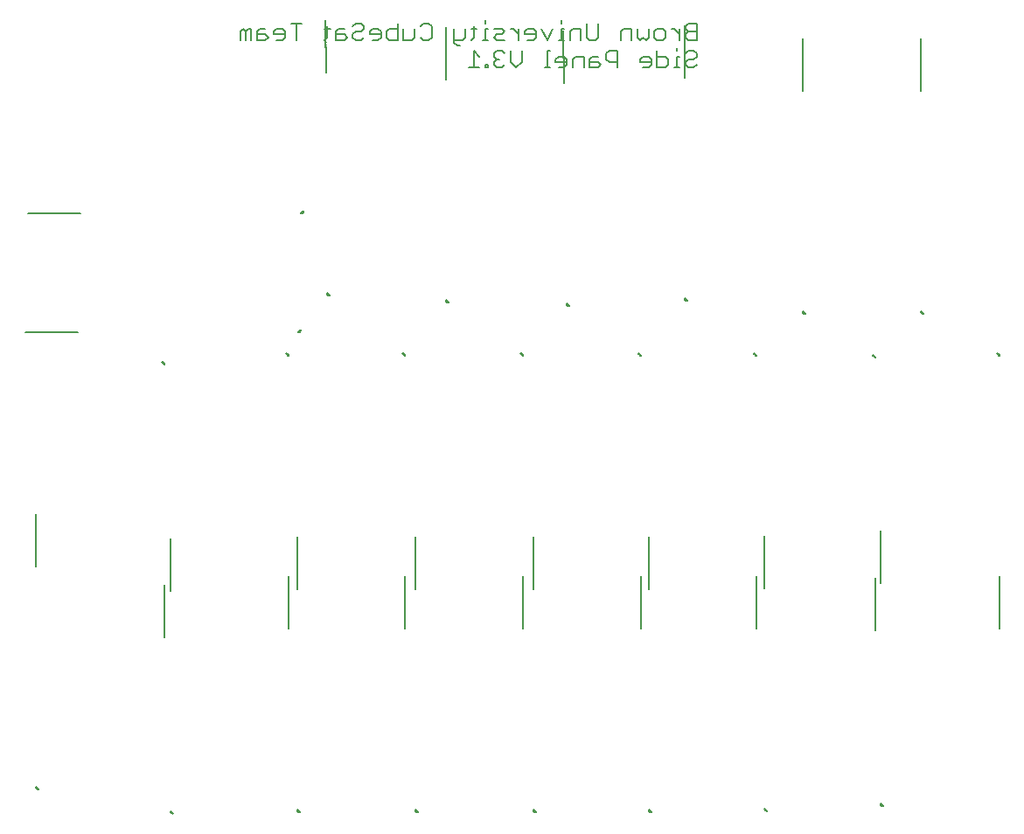
<source format=gbo>
G75*
%MOIN*%
%OFA0B0*%
%FSLAX25Y25*%
%IPPOS*%
%LPD*%
%AMOC8*
5,1,8,0,0,1.08239X$1,22.5*
%
%ADD10C,0.00600*%
%ADD11C,0.00500*%
D10*
X0173161Y0301379D02*
X0177432Y0301379D01*
X0175296Y0301379D02*
X0175296Y0307784D01*
X0177432Y0305649D01*
X0179587Y0302446D02*
X0179587Y0301379D01*
X0180654Y0301379D01*
X0180654Y0302446D01*
X0179587Y0302446D01*
X0182830Y0302446D02*
X0183897Y0301379D01*
X0186032Y0301379D01*
X0187100Y0302446D01*
X0189275Y0303514D02*
X0189275Y0307784D01*
X0187100Y0306717D02*
X0186032Y0307784D01*
X0183897Y0307784D01*
X0182830Y0306717D01*
X0182830Y0305649D01*
X0183897Y0304581D01*
X0182830Y0303514D01*
X0182830Y0302446D01*
X0183897Y0304581D02*
X0184965Y0304581D01*
X0189275Y0303514D02*
X0191410Y0301379D01*
X0193545Y0303514D01*
X0193545Y0307784D01*
X0192471Y0311879D02*
X0192471Y0316149D01*
X0190336Y0316149D02*
X0189268Y0316149D01*
X0190336Y0316149D02*
X0192471Y0314014D01*
X0194646Y0314014D02*
X0194646Y0315081D01*
X0195714Y0316149D01*
X0197849Y0316149D01*
X0198917Y0315081D01*
X0198917Y0312946D01*
X0197849Y0311879D01*
X0195714Y0311879D01*
X0194646Y0314014D02*
X0198917Y0314014D01*
X0201092Y0316149D02*
X0203227Y0311879D01*
X0205362Y0316149D01*
X0208592Y0316149D02*
X0208592Y0311879D01*
X0209659Y0311879D02*
X0207524Y0311879D01*
X0211834Y0311879D02*
X0211834Y0315081D01*
X0212902Y0316149D01*
X0216105Y0316149D01*
X0216105Y0311879D01*
X0218280Y0312946D02*
X0218280Y0318284D01*
X0222550Y0318284D02*
X0222550Y0312946D01*
X0221483Y0311879D01*
X0219347Y0311879D01*
X0218280Y0312946D01*
X0217179Y0305649D02*
X0213976Y0305649D01*
X0212909Y0304581D01*
X0212909Y0301379D01*
X0210733Y0302446D02*
X0210733Y0304581D01*
X0209666Y0305649D01*
X0207531Y0305649D01*
X0206463Y0304581D01*
X0206463Y0303514D01*
X0210733Y0303514D01*
X0210733Y0302446D02*
X0209666Y0301379D01*
X0207531Y0301379D01*
X0204288Y0301379D02*
X0202153Y0301379D01*
X0203220Y0301379D02*
X0203220Y0307784D01*
X0204288Y0307784D01*
X0208592Y0316149D02*
X0209659Y0316149D01*
X0208592Y0318284D02*
X0208592Y0319352D01*
X0217179Y0305649D02*
X0217179Y0301379D01*
X0219354Y0301379D02*
X0222557Y0301379D01*
X0223624Y0302446D01*
X0222557Y0303514D01*
X0219354Y0303514D01*
X0219354Y0304581D02*
X0219354Y0301379D01*
X0219354Y0304581D02*
X0220422Y0305649D01*
X0222557Y0305649D01*
X0225800Y0304581D02*
X0226867Y0303514D01*
X0230070Y0303514D01*
X0230070Y0301379D02*
X0230070Y0307784D01*
X0226867Y0307784D01*
X0225800Y0306717D01*
X0225800Y0304581D01*
X0231171Y0311879D02*
X0231171Y0315081D01*
X0232238Y0316149D01*
X0235441Y0316149D01*
X0235441Y0311879D01*
X0237616Y0312946D02*
X0237616Y0316149D01*
X0237616Y0312946D02*
X0238684Y0311879D01*
X0239751Y0312946D01*
X0240819Y0311879D01*
X0241887Y0312946D01*
X0241887Y0316149D01*
X0244062Y0315081D02*
X0245129Y0316149D01*
X0247265Y0316149D01*
X0248332Y0315081D01*
X0248332Y0312946D01*
X0247265Y0311879D01*
X0245129Y0311879D01*
X0244062Y0312946D01*
X0244062Y0315081D01*
X0250501Y0316149D02*
X0251568Y0316149D01*
X0253703Y0314014D01*
X0253703Y0311879D02*
X0253703Y0316149D01*
X0255879Y0316149D02*
X0256946Y0315081D01*
X0260149Y0315081D01*
X0260149Y0311879D02*
X0256946Y0311879D01*
X0255879Y0312946D01*
X0255879Y0314014D01*
X0256946Y0315081D01*
X0255879Y0316149D02*
X0255879Y0317217D01*
X0256946Y0318284D01*
X0260149Y0318284D01*
X0260149Y0311879D01*
X0259081Y0307784D02*
X0260149Y0306717D01*
X0260149Y0305649D01*
X0259081Y0304581D01*
X0256946Y0304581D01*
X0255879Y0303514D01*
X0255879Y0302446D01*
X0256946Y0301379D01*
X0259081Y0301379D01*
X0260149Y0302446D01*
X0259081Y0307784D02*
X0256946Y0307784D01*
X0255879Y0306717D01*
X0253703Y0305649D02*
X0252636Y0305649D01*
X0252636Y0301379D01*
X0253703Y0301379D02*
X0251568Y0301379D01*
X0249406Y0302446D02*
X0249406Y0304581D01*
X0248339Y0305649D01*
X0245136Y0305649D01*
X0245136Y0307784D02*
X0245136Y0301379D01*
X0248339Y0301379D01*
X0249406Y0302446D01*
X0252636Y0307784D02*
X0252636Y0308852D01*
X0242961Y0304581D02*
X0242961Y0302446D01*
X0241893Y0301379D01*
X0239758Y0301379D01*
X0238691Y0303514D02*
X0242961Y0303514D01*
X0242961Y0304581D02*
X0241893Y0305649D01*
X0239758Y0305649D01*
X0238691Y0304581D01*
X0238691Y0303514D01*
X0187100Y0311879D02*
X0183897Y0311879D01*
X0182830Y0312946D01*
X0183897Y0314014D01*
X0186032Y0314014D01*
X0187100Y0315081D01*
X0186032Y0316149D01*
X0182830Y0316149D01*
X0180654Y0316149D02*
X0179587Y0316149D01*
X0179587Y0311879D01*
X0180654Y0311879D02*
X0178519Y0311879D01*
X0175290Y0312946D02*
X0175290Y0317217D01*
X0176357Y0316149D02*
X0174222Y0316149D01*
X0172060Y0316149D02*
X0172060Y0312946D01*
X0170993Y0311879D01*
X0167790Y0311879D01*
X0167790Y0310811D02*
X0168858Y0309744D01*
X0169925Y0309744D01*
X0167790Y0310811D02*
X0167790Y0316149D01*
X0174222Y0311879D02*
X0175290Y0312946D01*
X0179587Y0318284D02*
X0179587Y0319352D01*
X0159169Y0317217D02*
X0159169Y0312946D01*
X0158102Y0311879D01*
X0155967Y0311879D01*
X0154899Y0312946D01*
X0152724Y0312946D02*
X0152724Y0316149D01*
X0154899Y0317217D02*
X0155967Y0318284D01*
X0158102Y0318284D01*
X0159169Y0317217D01*
X0152724Y0312946D02*
X0151656Y0311879D01*
X0148454Y0311879D01*
X0148454Y0316149D01*
X0146278Y0316149D02*
X0143076Y0316149D01*
X0142008Y0315081D01*
X0142008Y0312946D01*
X0143076Y0311879D01*
X0146278Y0311879D01*
X0146278Y0318284D01*
X0139833Y0315081D02*
X0139833Y0312946D01*
X0138765Y0311879D01*
X0136630Y0311879D01*
X0135563Y0314014D02*
X0139833Y0314014D01*
X0139833Y0315081D02*
X0138765Y0316149D01*
X0136630Y0316149D01*
X0135563Y0315081D01*
X0135563Y0314014D01*
X0133387Y0312946D02*
X0132320Y0311879D01*
X0130185Y0311879D01*
X0129117Y0312946D01*
X0129117Y0314014D01*
X0130185Y0315081D01*
X0132320Y0315081D01*
X0133387Y0316149D01*
X0133387Y0317217D01*
X0132320Y0318284D01*
X0130185Y0318284D01*
X0129117Y0317217D01*
X0125874Y0316149D02*
X0123739Y0316149D01*
X0122672Y0315081D01*
X0122672Y0311879D01*
X0125874Y0311879D01*
X0126942Y0312946D01*
X0125874Y0314014D01*
X0122672Y0314014D01*
X0120496Y0316149D02*
X0118361Y0316149D01*
X0119429Y0317217D02*
X0119429Y0312946D01*
X0118361Y0311879D01*
X0109754Y0318284D02*
X0105484Y0318284D01*
X0107619Y0318284D02*
X0107619Y0311879D01*
X0103308Y0312946D02*
X0103308Y0315081D01*
X0102241Y0316149D01*
X0100106Y0316149D01*
X0099038Y0315081D01*
X0099038Y0314014D01*
X0103308Y0314014D01*
X0103308Y0312946D02*
X0102241Y0311879D01*
X0100106Y0311879D01*
X0096863Y0312946D02*
X0095795Y0314014D01*
X0092593Y0314014D01*
X0092593Y0315081D02*
X0092593Y0311879D01*
X0095795Y0311879D01*
X0096863Y0312946D01*
X0095795Y0316149D02*
X0093660Y0316149D01*
X0092593Y0315081D01*
X0090417Y0316149D02*
X0090417Y0311879D01*
X0088282Y0311879D02*
X0088282Y0315081D01*
X0087215Y0316149D01*
X0086147Y0315081D01*
X0086147Y0311879D01*
X0088282Y0315081D02*
X0089350Y0316149D01*
X0090417Y0316149D01*
D11*
X0008862Y0026252D02*
X0009103Y0026152D01*
X0009362Y0026118D01*
X0008362Y0027118D01*
X0008396Y0026859D01*
X0008496Y0026618D01*
X0008655Y0026411D01*
X0008862Y0026252D01*
X0008885Y0026595D02*
X0008514Y0026595D01*
X0008387Y0027093D02*
X0008365Y0027093D01*
X0059701Y0017984D02*
X0060701Y0016984D01*
X0060442Y0017018D01*
X0060201Y0017118D01*
X0059994Y0017277D01*
X0059835Y0017484D01*
X0059735Y0017725D01*
X0059701Y0017984D01*
X0059778Y0017622D02*
X0060063Y0017622D01*
X0060194Y0017123D02*
X0060562Y0017123D01*
X0107850Y0018378D02*
X0108850Y0017378D01*
X0108592Y0017412D01*
X0108350Y0017512D01*
X0108143Y0017671D01*
X0107984Y0017878D01*
X0107884Y0018119D01*
X0107850Y0018378D01*
X0107884Y0018120D02*
X0108108Y0018120D01*
X0108207Y0017622D02*
X0108607Y0017622D01*
X0152850Y0018378D02*
X0153850Y0017378D01*
X0153592Y0017412D01*
X0153350Y0017512D01*
X0153143Y0017671D01*
X0152984Y0017878D01*
X0152884Y0018119D01*
X0152850Y0018378D01*
X0152884Y0018120D02*
X0153108Y0018120D01*
X0153207Y0017622D02*
X0153607Y0017622D01*
X0197850Y0018378D02*
X0198850Y0017378D01*
X0198592Y0017412D01*
X0198350Y0017512D01*
X0198143Y0017671D01*
X0197984Y0017878D01*
X0197884Y0018119D01*
X0197850Y0018378D01*
X0197884Y0018120D02*
X0198108Y0018120D01*
X0198207Y0017622D02*
X0198607Y0017622D01*
X0241866Y0018378D02*
X0242866Y0017378D01*
X0242607Y0017412D01*
X0242366Y0017512D01*
X0242159Y0017671D01*
X0242000Y0017878D01*
X0241900Y0018119D01*
X0241866Y0018378D01*
X0241900Y0018120D02*
X0242124Y0018120D01*
X0242223Y0017622D02*
X0242622Y0017622D01*
X0286079Y0018969D02*
X0287079Y0017969D01*
X0286820Y0018003D01*
X0286579Y0018102D01*
X0286372Y0018261D01*
X0286213Y0018469D01*
X0286113Y0018710D01*
X0286079Y0018969D01*
X0286151Y0018619D02*
X0286429Y0018619D01*
X0286556Y0018120D02*
X0286927Y0018120D01*
X0330291Y0020661D02*
X0331291Y0019661D01*
X0331033Y0019695D01*
X0330791Y0019795D01*
X0330584Y0019954D01*
X0330425Y0020161D01*
X0330325Y0020403D01*
X0330291Y0020661D01*
X0330298Y0020613D02*
X0330340Y0020613D01*
X0330462Y0020114D02*
X0330839Y0020114D01*
X0328244Y0086787D02*
X0328244Y0106787D01*
X0328244Y0087787D01*
X0328244Y0106787D01*
X0328244Y0086787D01*
X0330291Y0104661D02*
X0330291Y0123661D01*
X0330291Y0104661D01*
X0330291Y0124661D01*
X0330291Y0104661D01*
X0286079Y0102969D02*
X0286079Y0121969D01*
X0286079Y0102969D01*
X0286079Y0122969D01*
X0286079Y0102969D01*
X0282850Y0107378D02*
X0282850Y0088378D01*
X0282850Y0107378D01*
X0282850Y0087378D01*
X0282850Y0107378D01*
X0241866Y0102378D02*
X0241866Y0121378D01*
X0241866Y0102378D01*
X0241866Y0122378D01*
X0241866Y0102378D01*
X0238835Y0107378D02*
X0238835Y0088378D01*
X0238835Y0107378D01*
X0238835Y0087378D01*
X0238835Y0107378D01*
X0197850Y0102378D02*
X0197850Y0121378D01*
X0197850Y0102378D01*
X0197850Y0122378D01*
X0197850Y0102378D01*
X0194031Y0107378D02*
X0194031Y0088378D01*
X0194031Y0107378D01*
X0194031Y0087378D01*
X0194031Y0107378D01*
X0152850Y0102378D02*
X0152850Y0121378D01*
X0152850Y0102378D01*
X0152850Y0122378D01*
X0152850Y0102378D01*
X0149031Y0107378D02*
X0149031Y0088378D01*
X0149031Y0107378D01*
X0149031Y0087378D01*
X0149031Y0107378D01*
X0107850Y0102378D02*
X0107850Y0121378D01*
X0107850Y0102378D01*
X0107850Y0122378D01*
X0107850Y0102378D01*
X0104622Y0107378D02*
X0104622Y0088378D01*
X0104622Y0107378D01*
X0104622Y0087378D01*
X0104622Y0107378D01*
X0059701Y0101984D02*
X0059701Y0120984D01*
X0059701Y0101984D01*
X0059701Y0121984D01*
X0059701Y0101984D01*
X0057260Y0104268D02*
X0057260Y0085268D01*
X0057260Y0104268D01*
X0057260Y0084268D01*
X0057260Y0104268D01*
X0008362Y0111118D02*
X0008362Y0130118D01*
X0008362Y0111118D01*
X0008362Y0131118D01*
X0008362Y0111118D01*
X0057260Y0188268D02*
X0056260Y0189268D01*
X0056519Y0189234D01*
X0056760Y0189134D01*
X0056967Y0188975D01*
X0057126Y0188768D01*
X0057226Y0188527D01*
X0057260Y0188268D01*
X0057191Y0188611D02*
X0056917Y0188611D01*
X0056791Y0189110D02*
X0056418Y0189110D01*
X0024189Y0200479D02*
X0005189Y0200512D01*
X0023189Y0200481D01*
X0024189Y0200479D01*
X0004189Y0200514D01*
X0024189Y0200479D01*
X0025331Y0245685D02*
X0006331Y0245685D01*
X0025331Y0245685D01*
X0005331Y0245685D01*
X0025331Y0245685D01*
X0103622Y0192378D02*
X0104622Y0191378D01*
X0104588Y0191637D01*
X0104488Y0191878D01*
X0104329Y0192085D01*
X0104122Y0192244D01*
X0103881Y0192344D01*
X0103622Y0192378D01*
X0103899Y0192101D02*
X0104309Y0192101D01*
X0104398Y0191602D02*
X0104593Y0191602D01*
X0108189Y0200332D02*
X0109191Y0201331D01*
X0109156Y0201072D01*
X0109056Y0200831D01*
X0108897Y0200624D01*
X0108689Y0200466D01*
X0108448Y0200366D01*
X0108189Y0200332D01*
X0108433Y0200575D02*
X0108833Y0200575D01*
X0108933Y0201074D02*
X0109156Y0201074D01*
X0119649Y0214640D02*
X0119441Y0214798D01*
X0119282Y0215004D01*
X0119181Y0215245D01*
X0119146Y0215504D01*
X0120150Y0214507D01*
X0119891Y0214541D01*
X0119649Y0214640D01*
X0119945Y0214534D02*
X0120123Y0214534D01*
X0119621Y0215032D02*
X0119270Y0215032D01*
X0148031Y0192378D02*
X0149031Y0191378D01*
X0148997Y0191637D01*
X0148898Y0191878D01*
X0148739Y0192085D01*
X0148531Y0192244D01*
X0148290Y0192344D01*
X0148031Y0192378D01*
X0148309Y0192101D02*
X0148718Y0192101D01*
X0148807Y0191602D02*
X0149002Y0191602D01*
X0164876Y0212002D02*
X0164717Y0212209D01*
X0164617Y0212450D01*
X0164583Y0212709D01*
X0165583Y0211709D01*
X0165324Y0211743D01*
X0165083Y0211843D01*
X0164876Y0212002D01*
X0164845Y0212041D02*
X0165250Y0212041D01*
X0164752Y0212540D02*
X0164605Y0212540D01*
X0193031Y0192378D02*
X0194031Y0191378D01*
X0193997Y0191637D01*
X0193898Y0191878D01*
X0193739Y0192085D01*
X0193531Y0192244D01*
X0193290Y0192344D01*
X0193031Y0192378D01*
X0193309Y0192101D02*
X0193718Y0192101D01*
X0193807Y0191602D02*
X0194002Y0191602D01*
X0210856Y0210706D02*
X0210695Y0210911D01*
X0210592Y0211151D01*
X0210555Y0211409D01*
X0211567Y0210422D01*
X0211308Y0210453D01*
X0211065Y0210550D01*
X0210856Y0210706D01*
X0211075Y0210546D02*
X0211440Y0210546D01*
X0210929Y0211044D02*
X0210638Y0211044D01*
X0237835Y0192378D02*
X0238835Y0191378D01*
X0238801Y0191637D01*
X0238701Y0191878D01*
X0238542Y0192085D01*
X0238335Y0192244D01*
X0238093Y0192344D01*
X0237835Y0192378D01*
X0238112Y0192101D02*
X0238521Y0192101D01*
X0238610Y0191602D02*
X0238805Y0191602D01*
X0255899Y0212671D02*
X0255740Y0212878D01*
X0255640Y0213119D01*
X0255606Y0213378D01*
X0256606Y0212378D01*
X0256347Y0212412D01*
X0256106Y0212512D01*
X0255899Y0212671D01*
X0256070Y0212540D02*
X0256445Y0212540D01*
X0255946Y0213038D02*
X0255674Y0213038D01*
X0281850Y0192378D02*
X0282850Y0191378D01*
X0282816Y0191637D01*
X0282716Y0191878D01*
X0282558Y0192085D01*
X0282350Y0192244D01*
X0282109Y0192344D01*
X0281850Y0192378D01*
X0282128Y0192101D02*
X0282537Y0192101D01*
X0282626Y0191602D02*
X0282821Y0191602D01*
X0300899Y0207671D02*
X0300740Y0207878D01*
X0300640Y0208119D01*
X0300606Y0208378D01*
X0301606Y0207378D01*
X0301347Y0207412D01*
X0301106Y0207512D01*
X0300899Y0207671D01*
X0301051Y0207554D02*
X0301430Y0207554D01*
X0300931Y0208053D02*
X0300668Y0208053D01*
X0327244Y0191787D02*
X0328244Y0190787D01*
X0328210Y0191046D01*
X0328110Y0191287D01*
X0327951Y0191495D01*
X0327744Y0191653D01*
X0327503Y0191753D01*
X0327244Y0191787D01*
X0327429Y0191602D02*
X0327811Y0191602D01*
X0327928Y0191104D02*
X0328186Y0191104D01*
X0345899Y0207868D02*
X0345740Y0208075D01*
X0345640Y0208316D01*
X0345606Y0208575D01*
X0346606Y0207575D01*
X0346347Y0207609D01*
X0346106Y0207709D01*
X0345899Y0207868D01*
X0345757Y0208053D02*
X0346128Y0208053D01*
X0345630Y0208551D02*
X0345609Y0208551D01*
X0374606Y0192378D02*
X0375606Y0191378D01*
X0375572Y0191637D01*
X0375472Y0191878D01*
X0375313Y0192085D01*
X0375106Y0192244D01*
X0374865Y0192344D01*
X0374606Y0192378D01*
X0374884Y0192101D02*
X0375293Y0192101D01*
X0375382Y0191602D02*
X0375577Y0191602D01*
X0375606Y0107378D02*
X0375606Y0088378D01*
X0375606Y0107378D01*
X0375606Y0087378D01*
X0375606Y0107378D01*
X0345606Y0292575D02*
X0345606Y0311575D01*
X0345606Y0292575D01*
X0345606Y0312575D01*
X0345606Y0292575D01*
X0300606Y0292378D02*
X0300606Y0311378D01*
X0300606Y0292378D01*
X0300606Y0312378D01*
X0300606Y0292378D01*
X0255606Y0297378D02*
X0255606Y0316378D01*
X0255606Y0297378D01*
X0255606Y0317378D01*
X0255606Y0297378D01*
X0209516Y0296403D02*
X0209528Y0295403D01*
X0209296Y0314402D01*
X0209516Y0296403D01*
X0209528Y0295403D02*
X0209284Y0315402D01*
X0209528Y0295403D01*
X0209292Y0314734D02*
X0209292Y0314734D01*
X0209286Y0315233D02*
X0209286Y0315233D01*
X0164583Y0315709D02*
X0164583Y0296709D01*
X0164583Y0316709D01*
X0164583Y0296709D01*
X0164583Y0315709D01*
X0118795Y0316230D02*
X0118795Y0316230D01*
X0118791Y0317227D02*
X0118791Y0317227D01*
X0118791Y0317227D01*
X0118788Y0318224D02*
X0118788Y0318224D01*
X0118788Y0318224D01*
X0118787Y0318503D02*
X0118853Y0299503D01*
X0118783Y0319503D01*
X0118853Y0299503D01*
X0118849Y0300503D01*
X0118787Y0318503D01*
X0118786Y0318722D02*
X0118786Y0318722D01*
X0118784Y0319221D02*
X0118784Y0319221D01*
X0118800Y0314734D02*
X0118800Y0314734D01*
X0118800Y0314734D01*
X0118803Y0313737D02*
X0118803Y0313737D01*
X0118803Y0313737D01*
X0118807Y0312740D02*
X0118807Y0312740D01*
X0118812Y0311245D02*
X0118812Y0311245D01*
X0118812Y0311245D01*
X0118815Y0310248D02*
X0118815Y0310248D01*
X0118819Y0309251D02*
X0118819Y0309251D01*
X0118822Y0308254D02*
X0118822Y0308254D01*
X0118824Y0307755D02*
X0118824Y0307755D01*
X0118824Y0307755D01*
X0118828Y0306758D02*
X0118828Y0306758D01*
X0118831Y0305761D02*
X0118831Y0305761D01*
X0118835Y0304764D02*
X0118835Y0304764D01*
X0118836Y0304266D02*
X0118836Y0304266D01*
X0118836Y0304266D01*
X0118840Y0303269D02*
X0118840Y0303269D01*
X0118843Y0302272D02*
X0118843Y0302272D01*
X0118847Y0301275D02*
X0118847Y0301275D01*
X0118848Y0300776D02*
X0118848Y0300776D01*
X0110331Y0246685D02*
X0109331Y0245685D01*
X0109590Y0245719D01*
X0109831Y0245819D01*
X0110038Y0245978D01*
X0110197Y0246185D01*
X0110297Y0246426D01*
X0110331Y0246685D01*
X0110298Y0246438D02*
X0110084Y0246438D01*
X0109988Y0245940D02*
X0109586Y0245940D01*
M02*

</source>
